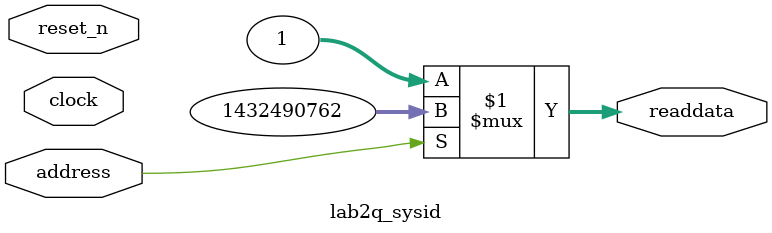
<source format=v>

`timescale 1ns / 1ps
// synthesis translate_on

// turn off superfluous verilog processor warnings 
// altera message_level Level1 
// altera message_off 10034 10035 10036 10037 10230 10240 10030 

module lab2q_sysid (
               // inputs:
                address,
                clock,
                reset_n,

               // outputs:
                readdata
             )
;

  output  [ 31: 0] readdata;
  input            address;
  input            clock;
  input            reset_n;

  wire    [ 31: 0] readdata;
  //control_slave, which is an e_avalon_slave
  assign readdata = address ? 1432490762 : 1;

endmodule




</source>
